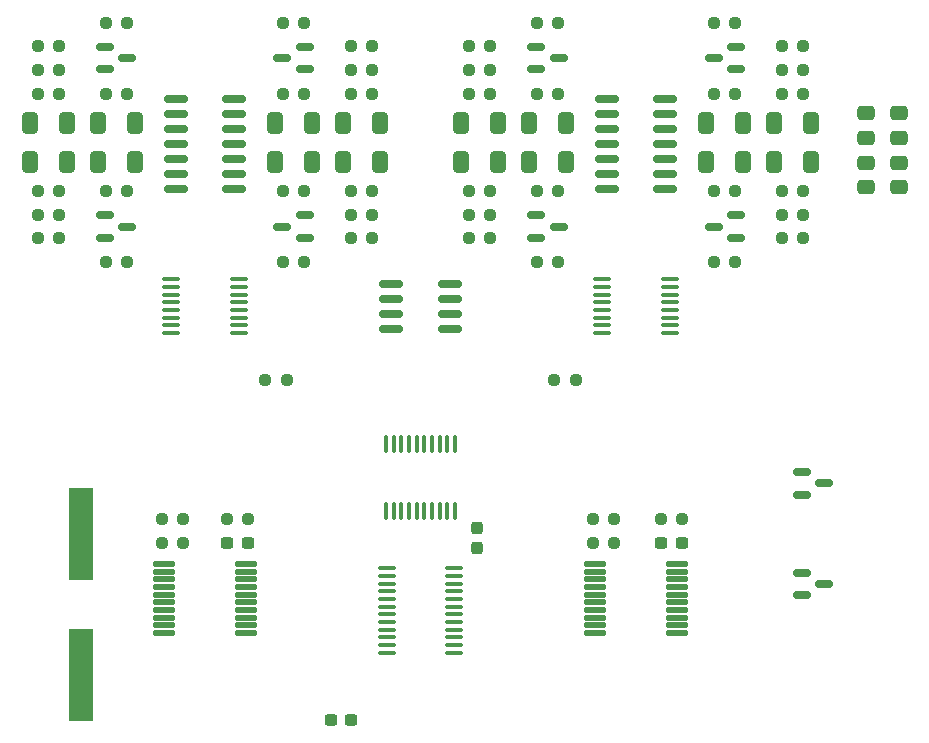
<source format=gbr>
%TF.GenerationSoftware,KiCad,Pcbnew,(6.0.0)*%
%TF.CreationDate,2022-04-09T17:12:42-04:00*%
%TF.ProjectId,ToneEncoderDecoder,546f6e65-456e-4636-9f64-65724465636f,rev?*%
%TF.SameCoordinates,Original*%
%TF.FileFunction,Paste,Top*%
%TF.FilePolarity,Positive*%
%FSLAX46Y46*%
G04 Gerber Fmt 4.6, Leading zero omitted, Abs format (unit mm)*
G04 Created by KiCad (PCBNEW (6.0.0)) date 2022-04-09 17:12:42*
%MOMM*%
%LPD*%
G01*
G04 APERTURE LIST*
G04 Aperture macros list*
%AMRoundRect*
0 Rectangle with rounded corners*
0 $1 Rounding radius*
0 $2 $3 $4 $5 $6 $7 $8 $9 X,Y pos of 4 corners*
0 Add a 4 corners polygon primitive as box body*
4,1,4,$2,$3,$4,$5,$6,$7,$8,$9,$2,$3,0*
0 Add four circle primitives for the rounded corners*
1,1,$1+$1,$2,$3*
1,1,$1+$1,$4,$5*
1,1,$1+$1,$6,$7*
1,1,$1+$1,$8,$9*
0 Add four rect primitives between the rounded corners*
20,1,$1+$1,$2,$3,$4,$5,0*
20,1,$1+$1,$4,$5,$6,$7,0*
20,1,$1+$1,$6,$7,$8,$9,0*
20,1,$1+$1,$8,$9,$2,$3,0*%
G04 Aperture macros list end*
%ADD10RoundRect,0.150000X-0.587500X-0.150000X0.587500X-0.150000X0.587500X0.150000X-0.587500X0.150000X0*%
%ADD11RoundRect,0.237500X-0.250000X-0.237500X0.250000X-0.237500X0.250000X0.237500X-0.250000X0.237500X0*%
%ADD12RoundRect,0.237500X0.250000X0.237500X-0.250000X0.237500X-0.250000X-0.237500X0.250000X-0.237500X0*%
%ADD13RoundRect,0.150000X0.825000X0.150000X-0.825000X0.150000X-0.825000X-0.150000X0.825000X-0.150000X0*%
%ADD14RoundRect,0.250000X-0.412500X-0.650000X0.412500X-0.650000X0.412500X0.650000X-0.412500X0.650000X0*%
%ADD15RoundRect,0.250000X0.412500X0.650000X-0.412500X0.650000X-0.412500X-0.650000X0.412500X-0.650000X0*%
%ADD16RoundRect,0.100000X0.637500X0.100000X-0.637500X0.100000X-0.637500X-0.100000X0.637500X-0.100000X0*%
%ADD17RoundRect,0.150000X0.587500X0.150000X-0.587500X0.150000X-0.587500X-0.150000X0.587500X-0.150000X0*%
%ADD18RoundRect,0.250000X-0.475000X0.337500X-0.475000X-0.337500X0.475000X-0.337500X0.475000X0.337500X0*%
%ADD19RoundRect,0.250000X0.475000X-0.337500X0.475000X0.337500X-0.475000X0.337500X-0.475000X-0.337500X0*%
%ADD20RoundRect,0.237500X0.237500X-0.300000X0.237500X0.300000X-0.237500X0.300000X-0.237500X-0.300000X0*%
%ADD21RoundRect,0.100000X-0.637500X-0.100000X0.637500X-0.100000X0.637500X0.100000X-0.637500X0.100000X0*%
%ADD22RoundRect,0.125000X-0.825000X-0.125000X0.825000X-0.125000X0.825000X0.125000X-0.825000X0.125000X0*%
%ADD23RoundRect,0.100000X0.100000X-0.637500X0.100000X0.637500X-0.100000X0.637500X-0.100000X-0.637500X0*%
%ADD24RoundRect,0.237500X0.300000X0.237500X-0.300000X0.237500X-0.300000X-0.237500X0.300000X-0.237500X0*%
%ADD25RoundRect,0.237500X-0.300000X-0.237500X0.300000X-0.237500X0.300000X0.237500X-0.300000X0.237500X0*%
%ADD26R,2.000000X7.875000*%
%ADD27RoundRect,0.150000X-0.825000X-0.150000X0.825000X-0.150000X0.825000X0.150000X-0.825000X0.150000X0*%
G04 APERTURE END LIST*
D10*
%TO.C,D10*%
X77312500Y-35800000D03*
X77312500Y-37700000D03*
X79187500Y-36750000D03*
%TD*%
D11*
%TO.C,R28*%
X98087500Y-23500000D03*
X99912500Y-23500000D03*
%TD*%
%TO.C,R10*%
X71587500Y-25500000D03*
X73412500Y-25500000D03*
%TD*%
D12*
%TO.C,R41*%
X56162500Y-49750000D03*
X54337500Y-49750000D03*
%TD*%
D13*
%TO.C,IC5*%
X51725000Y-33560000D03*
X51725000Y-32290000D03*
X51725000Y-31020000D03*
X51725000Y-29750000D03*
X51725000Y-28480000D03*
X51725000Y-27210000D03*
X51725000Y-25940000D03*
X46775000Y-25940000D03*
X46775000Y-27210000D03*
X46775000Y-28480000D03*
X46775000Y-29750000D03*
X46775000Y-31020000D03*
X46775000Y-32290000D03*
X46775000Y-33560000D03*
%TD*%
D14*
%TO.C,C28*%
X40187500Y-28000000D03*
X43312500Y-28000000D03*
%TD*%
D12*
%TO.C,R32*%
X73412500Y-35750000D03*
X71587500Y-35750000D03*
%TD*%
%TO.C,R16*%
X79162500Y-33750000D03*
X77337500Y-33750000D03*
%TD*%
D15*
%TO.C,C22*%
X64062500Y-28000000D03*
X60937500Y-28000000D03*
%TD*%
D11*
%TO.C,R44*%
X45587500Y-63500000D03*
X47412500Y-63500000D03*
%TD*%
D16*
%TO.C,IC3*%
X52112500Y-45775000D03*
X52112500Y-45125000D03*
X52112500Y-44475000D03*
X52112500Y-43825000D03*
X52112500Y-43175000D03*
X52112500Y-42525000D03*
X52112500Y-41875000D03*
X52112500Y-41225000D03*
X46387500Y-41225000D03*
X46387500Y-41875000D03*
X46387500Y-42525000D03*
X46387500Y-43175000D03*
X46387500Y-43825000D03*
X46387500Y-44475000D03*
X46387500Y-45125000D03*
X46387500Y-45775000D03*
%TD*%
D11*
%TO.C,R17*%
X61587500Y-37750000D03*
X63412500Y-37750000D03*
%TD*%
%TO.C,R19*%
X61587500Y-21500000D03*
X63412500Y-21500000D03*
%TD*%
D17*
%TO.C,D2*%
X94187500Y-37700000D03*
X94187500Y-35800000D03*
X92312500Y-36750000D03*
%TD*%
D11*
%TO.C,R7*%
X55837500Y-25500000D03*
X57662500Y-25500000D03*
%TD*%
%TO.C,R46*%
X82087500Y-63500000D03*
X83912500Y-63500000D03*
%TD*%
D18*
%TO.C,C40*%
X105200000Y-27162500D03*
X105200000Y-29237500D03*
%TD*%
D12*
%TO.C,R31*%
X36912500Y-35750000D03*
X35087500Y-35750000D03*
%TD*%
D17*
%TO.C,D4*%
X94187500Y-23450000D03*
X94187500Y-21550000D03*
X92312500Y-22500000D03*
%TD*%
D12*
%TO.C,R6*%
X99912500Y-25500000D03*
X98087500Y-25500000D03*
%TD*%
D15*
%TO.C,C25*%
X94812500Y-28000000D03*
X91687500Y-28000000D03*
%TD*%
D12*
%TO.C,R45*%
X83912500Y-61500000D03*
X82087500Y-61500000D03*
%TD*%
%TO.C,R24*%
X73412500Y-37750000D03*
X71587500Y-37750000D03*
%TD*%
D19*
%TO.C,C42*%
X105200000Y-33437500D03*
X105200000Y-31362500D03*
%TD*%
D20*
%TO.C,C17*%
X72250000Y-64000000D03*
X72250000Y-62275000D03*
%TD*%
D12*
%TO.C,R11*%
X42662500Y-25500000D03*
X40837500Y-25500000D03*
%TD*%
%TO.C,R37*%
X42662500Y-19500000D03*
X40837500Y-19500000D03*
%TD*%
D21*
%TO.C,IC1*%
X64637500Y-65675000D03*
X64637500Y-66325000D03*
X64637500Y-66975000D03*
X64637500Y-67625000D03*
X64637500Y-68275000D03*
X64637500Y-68925000D03*
X64637500Y-69575000D03*
X64637500Y-70225000D03*
X64637500Y-70875000D03*
X64637500Y-71525000D03*
X64637500Y-72175000D03*
X64637500Y-72825000D03*
X70362500Y-72825000D03*
X70362500Y-72175000D03*
X70362500Y-71525000D03*
X70362500Y-70875000D03*
X70362500Y-70225000D03*
X70362500Y-69575000D03*
X70362500Y-68925000D03*
X70362500Y-68275000D03*
X70362500Y-67625000D03*
X70362500Y-66975000D03*
X70362500Y-66325000D03*
X70362500Y-65675000D03*
%TD*%
D11*
%TO.C,R34*%
X92337500Y-39750000D03*
X94162500Y-39750000D03*
%TD*%
D12*
%TO.C,R1*%
X63412500Y-33750000D03*
X61587500Y-33750000D03*
%TD*%
D14*
%TO.C,C29*%
X76687500Y-28000000D03*
X79812500Y-28000000D03*
%TD*%
D22*
%TO.C,IC8*%
X45750000Y-65325000D03*
X45750000Y-65975000D03*
X45750000Y-66625000D03*
X45750000Y-67275000D03*
X45750000Y-67925000D03*
X45750000Y-68575000D03*
X45750000Y-69225000D03*
X45750000Y-69875000D03*
X45750000Y-70525000D03*
X45750000Y-71175000D03*
X52750000Y-71175000D03*
X52750000Y-70525000D03*
X52750000Y-69875000D03*
X52750000Y-69225000D03*
X52750000Y-68575000D03*
X52750000Y-67925000D03*
X52750000Y-67275000D03*
X52750000Y-66625000D03*
X52750000Y-65975000D03*
X52750000Y-65325000D03*
%TD*%
D14*
%TO.C,C26*%
X34437500Y-28000000D03*
X37562500Y-28000000D03*
%TD*%
D10*
%TO.C,D7*%
X99812500Y-57550000D03*
X99812500Y-59450000D03*
X101687500Y-58500000D03*
%TD*%
D23*
%TO.C,IC2*%
X64575000Y-60862500D03*
X65225000Y-60862500D03*
X65875000Y-60862500D03*
X66525000Y-60862500D03*
X67175000Y-60862500D03*
X67825000Y-60862500D03*
X68475000Y-60862500D03*
X69125000Y-60862500D03*
X69775000Y-60862500D03*
X70425000Y-60862500D03*
X70425000Y-55137500D03*
X69775000Y-55137500D03*
X69125000Y-55137500D03*
X68475000Y-55137500D03*
X67825000Y-55137500D03*
X67175000Y-55137500D03*
X66525000Y-55137500D03*
X65875000Y-55137500D03*
X65225000Y-55137500D03*
X64575000Y-55137500D03*
%TD*%
D15*
%TO.C,C18*%
X64062500Y-31250000D03*
X60937500Y-31250000D03*
%TD*%
D11*
%TO.C,R35*%
X55837500Y-19500000D03*
X57662500Y-19500000D03*
%TD*%
%TO.C,R25*%
X61587500Y-35750000D03*
X63412500Y-35750000D03*
%TD*%
D24*
%TO.C,C34*%
X61612500Y-78500000D03*
X59887500Y-78500000D03*
%TD*%
D17*
%TO.C,D1*%
X57687500Y-37700000D03*
X57687500Y-35800000D03*
X55812500Y-36750000D03*
%TD*%
D12*
%TO.C,R43*%
X47412500Y-61500000D03*
X45587500Y-61500000D03*
%TD*%
D11*
%TO.C,R36*%
X92337500Y-19500000D03*
X94162500Y-19500000D03*
%TD*%
D12*
%TO.C,R29*%
X36912500Y-23500000D03*
X35087500Y-23500000D03*
%TD*%
D19*
%TO.C,C41*%
X108000000Y-33437500D03*
X108000000Y-31362500D03*
%TD*%
D22*
%TO.C,IC9*%
X82250000Y-65320000D03*
X82250000Y-65970000D03*
X82250000Y-66620000D03*
X82250000Y-67270000D03*
X82250000Y-67920000D03*
X82250000Y-68570000D03*
X82250000Y-69220000D03*
X82250000Y-69870000D03*
X82250000Y-70520000D03*
X82250000Y-71170000D03*
X89250000Y-71170000D03*
X89250000Y-70520000D03*
X89250000Y-69870000D03*
X89250000Y-69220000D03*
X89250000Y-68570000D03*
X89250000Y-67920000D03*
X89250000Y-67270000D03*
X89250000Y-66620000D03*
X89250000Y-65970000D03*
X89250000Y-65320000D03*
%TD*%
D13*
%TO.C,IC6*%
X88225000Y-33560000D03*
X88225000Y-32290000D03*
X88225000Y-31020000D03*
X88225000Y-29750000D03*
X88225000Y-28480000D03*
X88225000Y-27210000D03*
X88225000Y-25940000D03*
X83275000Y-25940000D03*
X83275000Y-27210000D03*
X83275000Y-28480000D03*
X83275000Y-29750000D03*
X83275000Y-31020000D03*
X83275000Y-32290000D03*
X83275000Y-33560000D03*
%TD*%
D10*
%TO.C,D6*%
X77312500Y-21550000D03*
X77312500Y-23450000D03*
X79187500Y-22500000D03*
%TD*%
D16*
%TO.C,IC4*%
X88612500Y-45775000D03*
X88612500Y-45125000D03*
X88612500Y-44475000D03*
X88612500Y-43825000D03*
X88612500Y-43175000D03*
X88612500Y-42525000D03*
X88612500Y-41875000D03*
X88612500Y-41225000D03*
X82887500Y-41225000D03*
X82887500Y-41875000D03*
X82887500Y-42525000D03*
X82887500Y-43175000D03*
X82887500Y-43825000D03*
X82887500Y-44475000D03*
X82887500Y-45125000D03*
X82887500Y-45775000D03*
%TD*%
D12*
%TO.C,R30*%
X73412500Y-23500000D03*
X71587500Y-23500000D03*
%TD*%
D15*
%TO.C,C20*%
X58312500Y-31250000D03*
X55187500Y-31250000D03*
%TD*%
D11*
%TO.C,R8*%
X92337500Y-25500000D03*
X94162500Y-25500000D03*
%TD*%
D12*
%TO.C,R40*%
X79162500Y-39750000D03*
X77337500Y-39750000D03*
%TD*%
D11*
%TO.C,R4*%
X92337500Y-33750000D03*
X94162500Y-33750000D03*
%TD*%
D14*
%TO.C,C30*%
X34437500Y-31250000D03*
X37562500Y-31250000D03*
%TD*%
D12*
%TO.C,R12*%
X79162500Y-25500000D03*
X77337500Y-25500000D03*
%TD*%
D11*
%TO.C,R3*%
X55837500Y-33750000D03*
X57662500Y-33750000D03*
%TD*%
D12*
%TO.C,R47*%
X52912500Y-61500000D03*
X51087500Y-61500000D03*
%TD*%
D10*
%TO.C,D8*%
X99812500Y-66050000D03*
X99812500Y-67950000D03*
X101687500Y-67000000D03*
%TD*%
D25*
%TO.C,C13*%
X51137500Y-63500000D03*
X52862500Y-63500000D03*
%TD*%
D15*
%TO.C,C23*%
X100562500Y-28000000D03*
X97437500Y-28000000D03*
%TD*%
D12*
%TO.C,R5*%
X63412500Y-25500000D03*
X61587500Y-25500000D03*
%TD*%
%TO.C,R15*%
X42662500Y-33750000D03*
X40837500Y-33750000D03*
%TD*%
%TO.C,R22*%
X73412500Y-21500000D03*
X71587500Y-21500000D03*
%TD*%
%TO.C,R2*%
X99912500Y-33750000D03*
X98087500Y-33750000D03*
%TD*%
%TO.C,R39*%
X42662500Y-39750000D03*
X40837500Y-39750000D03*
%TD*%
D15*
%TO.C,C19*%
X100562500Y-31250000D03*
X97437500Y-31250000D03*
%TD*%
D11*
%TO.C,R18*%
X98087500Y-37750000D03*
X99912500Y-37750000D03*
%TD*%
%TO.C,R42*%
X78837500Y-49750000D03*
X80662500Y-49750000D03*
%TD*%
D26*
%TO.C,Y1*%
X38750000Y-62812500D03*
X38750000Y-74687500D03*
%TD*%
D27*
%TO.C,IC7*%
X65025000Y-41595000D03*
X65025000Y-42865000D03*
X65025000Y-44135000D03*
X65025000Y-45405000D03*
X69975000Y-45405000D03*
X69975000Y-44135000D03*
X69975000Y-42865000D03*
X69975000Y-41595000D03*
%TD*%
D14*
%TO.C,C32*%
X40187500Y-31250000D03*
X43312500Y-31250000D03*
%TD*%
%TO.C,C33*%
X76687500Y-31250000D03*
X79812500Y-31250000D03*
%TD*%
D10*
%TO.C,D9*%
X40812500Y-35800000D03*
X40812500Y-37700000D03*
X42687500Y-36750000D03*
%TD*%
D19*
%TO.C,C39*%
X108000000Y-29237500D03*
X108000000Y-27162500D03*
%TD*%
D10*
%TO.C,D5*%
X40812500Y-21550000D03*
X40812500Y-23450000D03*
X42687500Y-22500000D03*
%TD*%
D11*
%TO.C,R14*%
X71587500Y-33750000D03*
X73412500Y-33750000D03*
%TD*%
%TO.C,R27*%
X61587500Y-23500000D03*
X63412500Y-23500000D03*
%TD*%
%TO.C,R26*%
X98087500Y-35750000D03*
X99912500Y-35750000D03*
%TD*%
D12*
%TO.C,R38*%
X79162500Y-19500000D03*
X77337500Y-19500000D03*
%TD*%
%TO.C,R23*%
X36912500Y-37750000D03*
X35087500Y-37750000D03*
%TD*%
D25*
%TO.C,C14*%
X87887500Y-63500000D03*
X89612500Y-63500000D03*
%TD*%
D12*
%TO.C,R48*%
X89662500Y-61500000D03*
X87837500Y-61500000D03*
%TD*%
D17*
%TO.C,D3*%
X57687500Y-23450000D03*
X57687500Y-21550000D03*
X55812500Y-22500000D03*
%TD*%
D12*
%TO.C,R21*%
X36912500Y-21500000D03*
X35087500Y-21500000D03*
%TD*%
D14*
%TO.C,C31*%
X70937500Y-31250000D03*
X74062500Y-31250000D03*
%TD*%
D15*
%TO.C,C24*%
X58312500Y-28000000D03*
X55187500Y-28000000D03*
%TD*%
D11*
%TO.C,R13*%
X35087500Y-33750000D03*
X36912500Y-33750000D03*
%TD*%
%TO.C,R20*%
X98087500Y-21500000D03*
X99912500Y-21500000D03*
%TD*%
%TO.C,R9*%
X35087500Y-25500000D03*
X36912500Y-25500000D03*
%TD*%
D14*
%TO.C,C27*%
X70937500Y-28000000D03*
X74062500Y-28000000D03*
%TD*%
D11*
%TO.C,R33*%
X55837500Y-39750000D03*
X57662500Y-39750000D03*
%TD*%
D15*
%TO.C,C21*%
X94812500Y-31250000D03*
X91687500Y-31250000D03*
%TD*%
M02*

</source>
